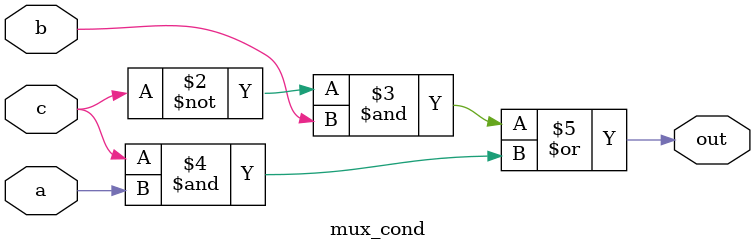
<source format=v>
module mux_cond (out, c, a, b);
  //salidas del Mux
  output out;
  // Entradas al Mux
  input c, a, b;
  reg out;
  always @(*) //asterisco representa
  //todas las entradas que pueden modificar la salida
  out= (~c&b) | (c&a);
endmodule

</source>
